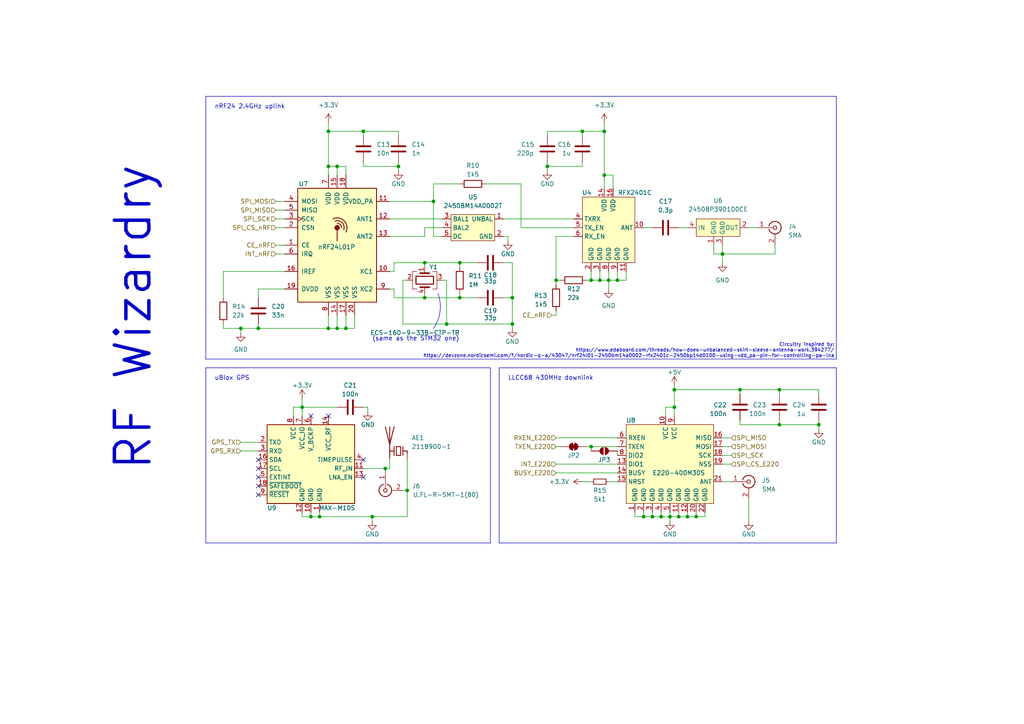
<source format=kicad_sch>
(kicad_sch (version 20230121) (generator eeschema)
  (paper "A4")
  (title_block (title "NOVA Flight computer") (date "2023-03-22") (rev "v0.0.1") (company "UCD Aerospace Engineering Team") (comment 1 "Til Blechschmidt"))
  (lib_symbols
    (symbol "Connector:Conn_Coaxial" (pin_names (offset 1.016) hide)
      (property "Reference" "J" (at 0.254 3.048 0))
      (property "Value" "Conn_Coaxial" (at 2.921 0 90))
      (symbol "Conn_Coaxial_0_1"
        (arc (start -1.778 -0.508) (mid 0.2311 -1.8066) (end 1.778 0) (stroke (width 0.254)))
        (polyline (pts (xy -2.54 0) (xy -0.508 0)))
        (polyline (pts (xy 0 -2.54) (xy 0 -1.778)))
        (circle (center 0 0) (radius 0.508) (stroke (width 0.2032)))
        (arc (start 1.778 0) (mid 0.2099 1.8101) (end -1.778 0.508) (stroke (width 0.254)))
      )
      (symbol "Conn_Coaxial_1_1"
        (pin passive line (at -5.08 0 0) (length 2.54) (name "In") (number "1"))
        (pin passive line (at 0 -5.08 90) (length 2.54) (name "Ext") (number "2"))
      )
    )
    (symbol "Device:Antenna_Chip" (pin_numbers hide) (pin_names (offset 1.016) hide)
      (property "Reference" "AE" (at 0 5.08 0))
      (property "Value" "Antenna_Chip" (at 0 3.175 0))
      (symbol "Antenna_Chip_0_1"
        (polyline (pts (xy -2.54 0) (xy -2.54 -0.635)) (stroke (width 0.254)))
        (polyline (pts (xy -2.54 0) (xy -1.27 0)) (stroke (width 0.254)))
        (polyline (pts (xy 1.27 0) (xy 2.54 0)) (stroke (width 0.254)))
        (polyline (pts (xy 1.27 1.27) (xy 1.27 -1.27)) (stroke (width 0.254)))
        (polyline (pts (xy 2.54 -0.635) (xy 2.54 0)))
        (polyline (pts (xy 2.54 6.985) (xy 2.54 -1.905)) (stroke (width 0.254)))
        (polyline (pts (xy -1.27 1.27) (xy -1.27 -1.27) (xy -1.27 0)) (stroke (width 0.254)))
        (polyline (pts (xy 3.81 6.985) (xy 2.54 1.905) (xy 1.27 6.985)) (stroke (width 0.254)))
        (polyline (pts (xy -0.635 1.27) (xy 0.635 1.27) (xy 0.635 -1.27) (xy -0.635 -1.27) (xy -0.635 1.27)) (stroke (width 0.254)))
      )
      (symbol "Antenna_Chip_1_1"
        (pin input line (at -2.54 -2.54 90) (length 2.54) (name "FEED") (number "1"))
        (pin passive line (at 2.54 -2.54 90) (length 2.54) (name "PCB_Trace") (number "2"))
      )
    )
    (symbol "Device:C" (pin_numbers hide) (pin_names (offset 0.254))
      (property "Reference" "C" (at 0.635 2.54 0))
      (property "Value" "C" (at 0.635 -2.54 0))
      (symbol "C_0_1"
        (polyline (pts (xy -2.032 -0.762) (xy 2.032 -0.762)) (stroke (width 0.508)))
        (polyline (pts (xy -2.032 0.762) (xy 2.032 0.762)) (stroke (width 0.508)))
      )
      (symbol "C_1_1"
        (pin passive line (at 0 3.81 270) (length 2.794) (name "~") (number "1"))
        (pin passive line (at 0 -3.81 90) (length 2.794) (name "~") (number "2"))
      )
    )
    (symbol "Device:Crystal_GND23" (pin_names (offset 1.016) hide)
      (property "Reference" "Y" (at 3.175 5.08 0))
      (property "Value" "Crystal_GND23" (at 3.175 3.175 0))
      (symbol "Crystal_GND23_0_1"
        (rectangle (start -1.143 2.54) (end 1.143 -2.54) (stroke (width 0.3048)))
        (polyline (pts (xy -2.54 0) (xy -2.032 0)))
        (polyline (pts (xy -2.032 -1.27) (xy -2.032 1.27)) (stroke (width 0.508)))
        (polyline (pts (xy 0 -3.81) (xy 0 -3.556)))
        (polyline (pts (xy 0 3.556) (xy 0 3.81)))
        (polyline (pts (xy 2.032 -1.27) (xy 2.032 1.27)) (stroke (width 0.508)))
        (polyline (pts (xy 2.032 0) (xy 2.54 0)))
        (polyline (pts (xy -2.54 -2.286) (xy -2.54 -3.556) (xy 2.54 -3.556) (xy 2.54 -2.286)))
        (polyline (pts (xy -2.54 2.286) (xy -2.54 3.556) (xy 2.54 3.556) (xy 2.54 2.286)))
      )
      (symbol "Crystal_GND23_1_1"
        (pin passive line (at -3.81 0 0) (length 1.27) (name "1") (number "1"))
        (pin passive line (at 0 5.08 270) (length 1.27) (name "2") (number "2"))
        (pin passive line (at 0 -5.08 90) (length 1.27) (name "3") (number "3"))
        (pin passive line (at 3.81 0 180) (length 1.27) (name "4") (number "4"))
      )
    )
    (symbol "Device:R" (pin_numbers hide) (pin_names (offset 0))
      (property "Reference" "R" (at 2.032 0 90))
      (property "Value" "R" (at 0 0 90))
      (symbol "R_0_1"
        (rectangle (start -1.016 -2.54) (end 1.016 2.54) (stroke (width 0.254)))
      )
      (symbol "R_1_1"
        (pin passive line (at 0 3.81 270) (length 1.27) (name "~") (number "1"))
        (pin passive line (at 0 -3.81 90) (length 1.27) (name "~") (number "2"))
      )
    )
    (symbol "Device:R_Small" (pin_numbers hide) (pin_names (offset 0.254) hide)
      (property "Reference" "R" (at 0.762 0.508 0))
      (property "Value" "R_Small" (at 0.762 -1.016 0))
      (symbol "R_Small_0_1"
        (rectangle (start -0.762 1.778) (end 0.762 -1.778) (stroke (width 0.2032)))
      )
      (symbol "R_Small_1_1"
        (pin passive line (at 0 2.54 270) (length 0.762) (name "~") (number "1"))
        (pin passive line (at 0 -2.54 90) (length 0.762) (name "~") (number "2"))
      )
    )
    (symbol "Jumper:SolderJumper_2_Bridged" (pin_numbers hide) (pin_names (offset 0) hide)
      (property "Reference" "JP" (at 0 2.032 0))
      (property "Value" "SolderJumper_2_Bridged" (at 0 -2.54 0))
      (symbol "SolderJumper_2_Bridged_0_1"
        (rectangle (start -0.508 0.508) (end 0.508 -0.508) (fill (type outline)))
        (arc (start -0.254 1.016) (mid -1.2656 0) (end -0.254 -1.016))
        (arc (start -0.254 1.016) (mid -1.2656 0) (end -0.254 -1.016) (fill (type outline)))
        (polyline (pts (xy -0.254 1.016) (xy -0.254 -1.016)))
        (polyline (pts (xy 0.254 1.016) (xy 0.254 -1.016)))
        (arc (start 0.254 -1.016) (mid 1.2656 0) (end 0.254 1.016))
        (arc (start 0.254 -1.016) (mid 1.2656 0) (end 0.254 1.016) (fill (type outline)))
      )
      (symbol "SolderJumper_2_Bridged_1_1"
        (pin passive line (at -3.81 0 0) (length 2.54) (name "A") (number "1"))
        (pin passive line (at 3.81 0 180) (length 2.54) (name "B") (number "2"))
      )
    )
    (symbol "Jumper:SolderJumper_2_Open" (pin_numbers hide) (pin_names (offset 0) hide)
      (property "Reference" "JP" (at 0 2.032 0))
      (property "Value" "SolderJumper_2_Open" (at 0 -2.54 0))
      (symbol "SolderJumper_2_Open_0_1"
        (arc (start -0.254 1.016) (mid -1.2656 0) (end -0.254 -1.016))
        (arc (start -0.254 1.016) (mid -1.2656 0) (end -0.254 -1.016) (fill (type outline)))
        (polyline (pts (xy -0.254 1.016) (xy -0.254 -1.016)))
        (polyline (pts (xy 0.254 1.016) (xy 0.254 -1.016)))
        (arc (start 0.254 -1.016) (mid 1.2656 0) (end 0.254 1.016))
        (arc (start 0.254 -1.016) (mid 1.2656 0) (end 0.254 1.016) (fill (type outline)))
      )
      (symbol "SolderJumper_2_Open_1_1"
        (pin passive line (at -3.81 0 0) (length 2.54) (name "A") (number "1"))
        (pin passive line (at 3.81 0 180) (length 2.54) (name "B") (number "2"))
      )
    )
    (symbol "Odyssey:2450BM14A0002T"
      (property "Reference" "U" (at 0 1.27 0))
      (property "Value" "2450BM14A0002T" (at 0 3.81 0))
      (symbol "2450BM14A0002T_0_0"
        (pin output line (at 8.89 -1.27 180) (length 2.54) (name "UNBAL") (number "1"))
        (pin power_in line (at 8.89 -6.35 180) (length 2.54) (name "GND") (number "2"))
        (pin input line (at -8.89 -1.27 0) (length 2.54) (name "BAL1") (number "3"))
        (pin input line (at -8.89 -3.81 0) (length 2.54) (name "BAL2") (number "4"))
        (pin input line (at -8.89 -6.35 0) (length 2.54) (name "DC") (number "5"))
        (pin no_connect line (at 8.89 -3.81 180) (length 2.54) hide (name "NC") (number "6"))
      )
      (symbol "2450BM14A0002T_0_1"
        (rectangle (start -6.35 0) (end 6.35 -7.62) (fill (type background)))
      )
    )
    (symbol "Odyssey:2450BP39D100CE"
      (property "Reference" "U" (at 0 1.27 0))
      (property "Value" "2450BP39D100CE" (at 0 3.81 0))
      (symbol "2450BP39D100CE_0_0"
        (pin power_in line (at -1.27 -7.62 90) (length 2.54) (name "GND") (number "1"))
        (pin output line (at 8.89 -2.54 180) (length 2.54) (name "OUT") (number "2"))
        (pin power_in line (at 1.27 -7.62 90) (length 2.54) (name "GND") (number "3"))
        (pin input line (at -8.89 -2.54 0) (length 2.54) (name "IN") (number "4"))
      )
      (symbol "2450BP39D100CE_0_1"
        (rectangle (start -6.35 0) (end 6.35 -5.08) (fill (type background)))
      )
    )
    (symbol "Odyssey:E220-400M30S"
      (property "Reference" "U" (at -11.43 1.27 0))
      (property "Value" "E220-400M30S" (at 11.43 1.27 0))
      (symbol "E220-400M30S_0_0"
        (pin power_in line (at -10.16 -25.4 90) (length 2.54) (name "GND") (number "1"))
        (pin power_in line (at -1.27 2.54 270) (length 2.54) (name "VCC") (number "10"))
        (pin power_in line (at 2.54 -25.4 90) (length 2.54) (name "GND") (number "11"))
        (pin power_in line (at 5.08 -25.4 90) (length 2.54) (name "GND") (number "12"))
        (pin bidirectional line (at -15.24 -11.43 0) (length 2.54) (name "DIO1") (number "13"))
        (pin output line (at -15.24 -13.97 0) (length 2.54) (name "BUSY") (number "14"))
        (pin input line (at -15.24 -16.51 0) (length 2.54) (name "NRST") (number "15"))
        (pin input line (at 15.24 -6.35 180) (length 2.54) (name "MOSI") (number "17"))
        (pin input line (at 15.24 -8.89 180) (length 2.54) (name "SCK") (number "18"))
        (pin input line (at 15.24 -11.43 180) (length 2.54) (name "NSS") (number "19"))
        (pin power_in line (at -7.62 -25.4 90) (length 2.54) (name "GND") (number "2"))
        (pin power_in line (at 7.62 -25.4 90) (length 2.54) (name "GND") (number "20"))
        (pin output line (at 15.24 -16.51 180) (length 2.54) (name "ANT") (number "21"))
        (pin power_in line (at 10.16 -25.4 90) (length 2.54) (name "GND") (number "22"))
        (pin power_in line (at -5.08 -25.4 90) (length 2.54) (name "GND") (number "3"))
        (pin power_in line (at -2.54 -25.4 90) (length 2.54) (name "GND") (number "4"))
        (pin power_in line (at 0 -25.4 90) (length 2.54) (name "GND") (number "5"))
        (pin input line (at -15.24 -3.81 0) (length 2.54) (name "RXEN") (number "6"))
        (pin input line (at -15.24 -6.35 0) (length 2.54) (name "TXEN") (number "7"))
        (pin bidirectional line (at -15.24 -8.89 0) (length 2.54) (name "DIO2") (number "8"))
        (pin power_in line (at 1.27 2.54 270) (length 2.54) (name "VCC") (number "9"))
      )
      (symbol "E220-400M30S_1_0"
        (pin bidirectional line (at 15.24 -3.81 180) (length 2.54) (name "MISO") (number "16"))
      )
      (symbol "E220-400M30S_1_1"
        (rectangle (start -12.7 0) (end 12.7 -22.86) (fill (type background)))
      )
    )
    (symbol "Odyssey:MAX-M10S"
      (property "Reference" "U" (at -10.16 16.51 0))
      (property "Value" "MAX-M10S" (at 11.43 16.51 0))
      (symbol "MAX-M10S_0_1"
        (rectangle (start -12.7 15.24) (end 12.7 -7.62) (stroke (width 0.254)) (fill (type background)))
      )
      (symbol "MAX-M10S_1_1"
        (pin power_in line (at 2.54 -10.16 90) (length 2.54) (name "GND") (number "1"))
        (pin power_in line (at 0 -10.16 90) (length 2.54) (name "GND") (number "10"))
        (pin input line (at 15.24 2.54 180) (length 2.54) (name "RF_IN") (number "11"))
        (pin power_in line (at -2.54 -10.16 90) (length 2.54) (name "GND") (number "12"))
        (pin output line (at 15.24 0 180) (length 2.54) (name "LNA_EN") (number "13"))
        (pin power_out line (at 5.08 17.78 270) (length 2.54) (name "VCC_RF") (number "14"))
        (pin no_connect line (at 15.24 -5.08 180) (length 2.54) hide (name "Reserved") (number "15"))
        (pin bidirectional line (at -15.24 5.08 0) (length 2.54) (name "SDA") (number "16"))
        (pin input line (at -15.24 2.54 0) (length 2.54) (name "SCL") (number "17"))
        (pin input line (at -15.24 -2.54 0) (length 2.54) (name "~{SAFEBOOT}") (number "18"))
        (pin output line (at -15.24 10.16 0) (length 2.54) (name "TXD") (number "2"))
        (pin input line (at -15.24 7.62 0) (length 2.54) (name "RXD") (number "3"))
        (pin output line (at 15.24 5.08 180) (length 2.54) (name "TIMEPULSE") (number "4"))
        (pin input line (at -15.24 0 0) (length 2.54) (name "EXTINT") (number "5"))
        (pin power_in line (at 0 17.78 270) (length 2.54) (name "V_BCKP") (number "6"))
        (pin power_in line (at -2.54 17.78 270) (length 2.54) (name "VCC_IO") (number "7"))
        (pin power_in line (at -5.08 17.78 270) (length 2.54) (name "VCC") (number "8"))
        (pin input line (at -15.24 -5.08 0) (length 2.54) (name "~{RESET}") (number "9"))
      )
    )
    (symbol "Odyssey:RFX2401C"
      (property "Reference" "U" (at -7.62 1.27 0))
      (property "Value" "RFX2401C" (at 7.62 1.27 0))
      (symbol "RFX2401C_0_0"
        (pin no_connect line (at -6.35 2.54 270) (length 2.54) hide (name "NC") (number "1"))
        (pin output line (at 10.16 -8.89 180) (length 2.54) (name "ANT") (number "10"))
        (pin power_in line (at 5.08 -21.59 90) (length 2.54) (name "GND") (number "11"))
        (pin no_connect line (at 3.81 2.54 270) (length 2.54) hide (name "NC") (number "12"))
        (pin no_connect line (at 10.16 -11.43 180) (length 2.54) hide (name "DNC") (number "13"))
        (pin power_in line (at -1.27 2.54 270) (length 2.54) (name "VDD") (number "14"))
        (pin no_connect line (at 6.35 2.54 270) (length 2.54) hide (name "NC") (number "15"))
        (pin power_in line (at 1.27 2.54 270) (length 2.54) (name "VDD") (number "16"))
        (pin power_in line (at -5.08 -21.59 90) (length 2.54) (name "GND") (number "2"))
        (pin power_in line (at -2.54 -21.59 90) (length 2.54) (name "GND") (number "3"))
        (pin input line (at -10.16 -6.35 0) (length 2.54) (name "TXRX") (number "4"))
        (pin input line (at -10.16 -8.89 0) (length 2.54) (name "TX_EN") (number "5"))
        (pin input line (at -10.16 -11.43 0) (length 2.54) (name "RX_EN") (number "6"))
        (pin no_connect line (at -3.81 2.54 270) (length 2.54) hide (name "NC") (number "7"))
        (pin power_in line (at 0 -21.59 90) (length 2.54) (name "GND") (number "8"))
        (pin power_in line (at 2.54 -21.59 90) (length 2.54) (name "GND") (number "9"))
      )
      (symbol "RFX2401C_0_1"
        (rectangle (start -7.62 0) (end 7.62 -19.05) (fill (type background)))
        (rectangle (start 2.54 -2.54) (end 2.54 -2.54))
      )
    )
    (symbol "RF:nRF24L01P" (pin_names (offset 1.016))
      (property "Reference" "U" (at -11.43 17.78 0))
      (property "Value" "nRF24L01P" (at 5.08 17.78 0))
      (symbol "nRF24L01P_0_1"
        (rectangle (start -11.43 16.51) (end 11.43 -16.51) (stroke (width 0.254)) (fill (type background)))
        (polyline (pts (xy 0 4.445) (xy 0 1.27)) (stroke (width 0.254)))
        (circle (center 0 5.08) (radius 0.635) (stroke (width 0.254)) (fill (type outline)))
        (arc (start 1.27 5.08) (mid 0.9071 5.9946) (end 0 6.35) (stroke (width 0.254)))
        (arc (start 1.905 4.445) (mid 1.4313 6.5254) (end -0.635 6.985) (stroke (width 0.254)))
        (arc (start 2.54 3.81) (mid 2.008 7.088) (end -1.27 7.62) (stroke (width 0.254)))
        (rectangle (start 11.43 -13.97) (end 11.43 -13.97))
      )
      (symbol "nRF24L01P_1_1"
        (pin input line (at -15.24 0 0) (length 3.81) (name "CE") (number "1"))
        (pin passive line (at 15.24 -7.62 180) (length 3.81) (name "XC1") (number "10"))
        (pin power_out line (at 15.24 12.7 180) (length 3.81) (name "VDD_PA") (number "11"))
        (pin passive line (at 15.24 7.62 180) (length 3.81) (name "ANT1") (number "12"))
        (pin passive line (at 15.24 2.54 180) (length 3.81) (name "ANT2") (number "13"))
        (pin power_in line (at 0 -20.32 90) (length 3.81) (name "VSS") (number "14"))
        (pin power_in line (at 0 20.32 270) (length 3.81) (name "VDD") (number "15"))
        (pin passive line (at -15.24 -7.62 0) (length 3.81) (name "IREF") (number "16"))
        (pin power_in line (at 2.54 -20.32 90) (length 3.81) (name "VSS") (number "17"))
        (pin power_in line (at 2.54 20.32 270) (length 3.81) (name "VDD") (number "18"))
        (pin power_out line (at -15.24 -12.7 0) (length 3.81) (name "DVDD") (number "19"))
        (pin input line (at -15.24 5.08 0) (length 3.81) (name "CSN") (number "2"))
        (pin power_in line (at 5.08 -20.32 90) (length 3.81) (name "VSS") (number "20"))
        (pin input clock (at -15.24 7.62 0) (length 3.81) (name "SCK") (number "3"))
        (pin input line (at -15.24 12.7 0) (length 3.81) (name "MOSI") (number "4"))
        (pin output line (at -15.24 10.16 0) (length 3.81) (name "MISO") (number "5"))
        (pin output line (at -15.24 -2.54 0) (length 3.81) (name "IRQ") (number "6"))
        (pin power_in line (at -2.54 20.32 270) (length 3.81) (name "VDD") (number "7"))
        (pin power_in line (at -2.54 -20.32 90) (length 3.81) (name "VSS") (number "8"))
        (pin passive line (at 15.24 -12.7 180) (length 3.81) (name "XC2") (number "9"))
      )
    )
    (symbol "power:+3.3V" (power) (pin_names (offset 0))
      (property "Value" "+3.3V" (at 0 3.556 0))
      (symbol "+3.3V_0_1"
        (polyline (pts (xy -0.762 1.27) (xy 0 2.54)))
        (polyline (pts (xy 0 0) (xy 0 2.54)))
        (polyline (pts (xy 0 2.54) (xy 0.762 1.27)))
      )
      (symbol "+3.3V_1_1"
        (pin power_in line (at 0 0 90) (length 0) hide (name "+3.3V") (number "1"))
      )
    )
    (symbol "power:+5V" (power) (pin_names (offset 0))
      (property "Value" "+5V" (at 0 3.556 0))
      (symbol "+5V_0_1"
        (polyline (pts (xy -0.762 1.27) (xy 0 2.54)))
        (polyline (pts (xy 0 0) (xy 0 2.54)))
        (polyline (pts (xy 0 2.54) (xy 0.762 1.27)))
      )
      (symbol "+5V_1_1"
        (pin power_in line (at 0 0 90) (length 0) hide (name "+5V") (number "1"))
      )
    )
    (symbol "power:GND" (power) (pin_names (offset 0))
      (property "Value" "GND" (at 0 -3.81 0))
      (symbol "GND_0_1"
        (polyline (pts (xy 0 0) (xy 0 -1.27) (xy 1.27 -1.27) (xy 0 -2.54) (xy -1.27 -1.27) (xy 0 -1.27)))
      )
      (symbol "GND_1_1"
        (pin power_in line (at 0 0 270) (length 0) hide (name "GND") (number "1"))
      )
    )
  )
  (junction (at 179.07 81.28))
  (junction (at 199.39 149.86))
  (junction (at 125.73 58.42))
  (junction (at 175.26 38.1))
  (junction (at 237.49 123.19))
  (junction (at 173.99 81.28))
  (junction (at 118.11 142.24))
  (junction (at 148.59 93.98))
  (junction (at 195.58 113.03))
  (junction (at 133.35 76.2))
  (junction (at 209.55 73.66))
  (junction (at 176.53 81.28))
  (junction (at 191.77 149.86))
  (junction (at 92.71 149.86))
  (junction (at 158.75 48.26))
  (junction (at 69.85 95.25))
  (junction (at 148.59 86.36))
  (junction (at 87.63 118.11))
  (junction (at 226.06 113.03))
  (junction (at 123.19 76.2))
  (junction (at 129.54 93.98))
  (junction (at 107.95 149.86))
  (junction (at 171.45 81.28))
  (junction (at 97.79 48.26))
  (junction (at 161.29 81.28))
  (junction (at 194.31 149.86))
  (junction (at 196.85 149.86))
  (junction (at 214.63 113.03))
  (junction (at 186.69 149.86))
  (junction (at 100.33 95.25))
  (junction (at 201.93 149.86))
  (junction (at 95.25 48.26))
  (junction (at 123.19 86.36))
  (junction (at 90.17 149.86))
  (junction (at 95.25 95.25))
  (junction (at 189.23 149.86))
  (junction (at 133.35 86.36))
  (junction (at 195.58 118.11))
  (junction (at 168.91 38.1))
  (junction (at 95.25 38.1))
  (junction (at 111.76 135.89))
  (junction (at 105.41 38.1))
  (junction (at 74.93 95.25))
  (junction (at 175.26 50.8))
  (junction (at 115.57 48.26))
  (junction (at 226.06 123.19))
  (junction (at 171.45 129.54))
  (junction (at 97.79 95.25))
  (no_connect (at 105.41 133.35))
  (no_connect (at 74.93 143.51))
  (no_connect (at 95.25 120.65))
  (no_connect (at 74.93 138.43))
  (no_connect (at 74.93 133.35))
  (no_connect (at 105.41 138.43))
  (no_connect (at 74.93 135.89))
  (no_connect (at 74.93 140.97))
  (no_connect (at 90.17 120.65))
  (wire (pts (xy 226.06 113.03) (xy 226.06 114.3)))
  (wire (pts (xy 179.07 81.28) (xy 176.53 81.28)))
  (wire (pts (xy 80.01 73.66) (xy 82.55 73.66)))
  (wire (pts (xy 97.79 50.8) (xy 97.79 48.26)))
  (wire (pts (xy 128.27 81.28) (xy 129.54 81.28)))
  (wire (pts (xy 237.49 113.03) (xy 226.06 113.03)))
  (wire (pts (xy 102.87 91.44) (xy 102.87 95.25)))
  (wire (pts (xy 85.09 120.65) (xy 85.09 118.11)))
  (wire (pts (xy 176.53 81.28) (xy 176.53 83.82)))
  (wire (pts (xy 80.01 71.12) (xy 82.55 71.12)))
  (wire (pts (xy 69.85 128.27) (xy 74.93 128.27)))
  (wire (pts (xy 115.57 38.1) (xy 115.57 39.37)))
  (wire (pts (xy 80.01 66.04) (xy 82.55 66.04)))
  (wire (pts (xy 161.29 81.28) (xy 162.56 81.28)))
  (wire (pts (xy 133.35 53.34) (xy 125.73 53.34)))
  (wire (pts (xy 123.19 86.36) (xy 133.35 86.36)))
  (wire (pts (xy 116.84 93.98) (xy 129.54 93.98)))
  (wire (pts (xy 87.63 118.11) (xy 97.79 118.11)))
  (wire (pts (xy 90.17 149.86) (xy 92.71 149.86)))
  (wire (pts (xy 129.54 93.98) (xy 148.59 93.98)))
  (wire (pts (xy 168.91 46.99) (xy 168.91 48.26)))
  (wire (pts (xy 214.63 123.19) (xy 226.06 123.19)))
  (wire (pts (xy 175.26 35.56) (xy 175.26 38.1)))
  (wire (pts (xy 133.35 86.36) (xy 138.43 86.36)))
  (wire (pts (xy 168.91 39.37) (xy 168.91 38.1)))
  (wire (pts (xy 123.19 76.2) (xy 133.35 76.2)))
  (wire (pts (xy 217.17 144.78) (xy 217.17 151.13)))
  (wire (pts (xy 148.59 86.36) (xy 148.59 93.98)))
  (wire (pts (xy 115.57 48.26) (xy 115.57 49.53)))
  (wire (pts (xy 184.15 149.86) (xy 186.69 149.86)))
  (polyline (pts (xy 144.78 106.68) (xy 242.57 106.68)))
  (polyline (pts (xy 59.69 106.68) (xy 142.24 106.68)))
  (wire (pts (xy 195.58 113.03) (xy 214.63 113.03)))
  (wire (pts (xy 166.37 66.04) (xy 151.13 66.04)))
  (wire (pts (xy 97.79 91.44) (xy 97.79 95.25)))
  (wire (pts (xy 113.03 58.42) (xy 125.73 58.42)))
  (wire (pts (xy 95.25 48.26) (xy 95.25 50.8)))
  (wire (pts (xy 97.79 95.25) (xy 95.25 95.25)))
  (wire (pts (xy 107.95 149.86) (xy 118.11 149.86)))
  (wire (pts (xy 90.17 149.86) (xy 90.17 148.59)))
  (wire (pts (xy 146.05 86.36) (xy 148.59 86.36)))
  (wire (pts (xy 105.41 46.99) (xy 105.41 48.26)))
  (wire (pts (xy 80.01 63.5) (xy 82.55 63.5)))
  (wire (pts (xy 113.03 83.82) (xy 114.3 83.82)))
  (wire (pts (xy 209.55 71.12) (xy 209.55 73.66)))
  (wire (pts (xy 175.26 50.8) (xy 175.26 54.61)))
  (wire (pts (xy 207.01 73.66) (xy 209.55 73.66)))
  (wire (pts (xy 226.06 123.19) (xy 237.49 123.19)))
  (wire (pts (xy 114.3 76.2) (xy 123.19 76.2)))
  (wire (pts (xy 209.55 73.66) (xy 209.55 76.2)))
  (wire (pts (xy 125.73 53.34) (xy 125.73 58.42)))
  (wire (pts (xy 194.31 148.59) (xy 194.31 149.86)))
  (wire (pts (xy 170.18 129.54) (xy 171.45 129.54)))
  (wire (pts (xy 161.29 134.62) (xy 179.07 134.62)))
  (wire (pts (xy 179.07 130.81) (xy 179.07 132.08)))
  (wire (pts (xy 186.69 148.59) (xy 186.69 149.86)))
  (wire (pts (xy 179.07 78.74) (xy 179.07 81.28)))
  (wire (pts (xy 196.85 148.59) (xy 196.85 149.86)))
  (wire (pts (xy 116.84 81.28) (xy 118.11 81.28)))
  (wire (pts (xy 209.55 139.7) (xy 212.09 139.7)))
  (wire (pts (xy 181.61 81.28) (xy 179.07 81.28)))
  (wire (pts (xy 116.84 81.28) (xy 116.84 93.98)))
  (wire (pts (xy 207.01 71.12) (xy 207.01 73.66)))
  (polyline (pts (xy 59.69 104.14) (xy 59.69 27.94)))
  (wire (pts (xy 160.02 91.44) (xy 161.29 91.44)))
  (wire (pts (xy 92.71 148.59) (xy 92.71 149.86)))
  (wire (pts (xy 100.33 48.26) (xy 97.79 48.26)))
  (wire (pts (xy 116.84 142.24) (xy 118.11 142.24)))
  (wire (pts (xy 158.75 38.1) (xy 158.75 39.37)))
  (wire (pts (xy 170.18 81.28) (xy 171.45 81.28)))
  (wire (pts (xy 158.75 46.99) (xy 158.75 48.26)))
  (wire (pts (xy 147.32 68.58) (xy 146.05 68.58)))
  (wire (pts (xy 237.49 114.3) (xy 237.49 113.03)))
  (wire (pts (xy 224.79 71.12) (xy 224.79 73.66)))
  (wire (pts (xy 82.55 83.82) (xy 74.93 83.82)))
  (wire (pts (xy 176.53 78.74) (xy 176.53 81.28)))
  (wire (pts (xy 105.41 118.11) (xy 106.68 118.11)))
  (wire (pts (xy 92.71 149.86) (xy 107.95 149.86)))
  (wire (pts (xy 129.54 81.28) (xy 129.54 93.98)))
  (polyline (pts (xy 242.57 157.48) (xy 144.78 157.48)))
  (wire (pts (xy 151.13 66.04) (xy 151.13 53.34)))
  (wire (pts (xy 118.11 133.35) (xy 118.11 142.24)))
  (wire (pts (xy 173.99 78.74) (xy 173.99 81.28)))
  (wire (pts (xy 171.45 78.74) (xy 171.45 81.28)))
  (wire (pts (xy 114.3 76.2) (xy 114.3 78.74)))
  (wire (pts (xy 113.03 133.35) (xy 113.03 135.89)))
  (wire (pts (xy 161.29 127) (xy 179.07 127)))
  (wire (pts (xy 168.91 38.1) (xy 158.75 38.1)))
  (wire (pts (xy 214.63 113.03) (xy 226.06 113.03)))
  (wire (pts (xy 161.29 90.17) (xy 161.29 91.44)))
  (polyline (pts (xy 59.69 106.68) (xy 59.69 157.48)))
  (wire (pts (xy 189.23 148.59) (xy 189.23 149.86)))
  (wire (pts (xy 171.45 129.54) (xy 179.07 129.54)))
  (wire (pts (xy 147.32 69.85) (xy 147.32 68.58)))
  (wire (pts (xy 151.13 53.34) (xy 140.97 53.34)))
  (wire (pts (xy 191.77 148.59) (xy 191.77 149.86)))
  (wire (pts (xy 181.61 78.74) (xy 181.61 81.28)))
  (wire (pts (xy 146.05 76.2) (xy 148.59 76.2)))
  (wire (pts (xy 69.85 95.25) (xy 69.85 96.52)))
  (wire (pts (xy 195.58 113.03) (xy 195.58 118.11)))
  (wire (pts (xy 195.58 113.03) (xy 195.58 111.76)))
  (wire (pts (xy 80.01 60.96) (xy 82.55 60.96)))
  (wire (pts (xy 111.76 135.89) (xy 111.76 137.16)))
  (wire (pts (xy 133.35 85.09) (xy 133.35 86.36)))
  (wire (pts (xy 161.29 68.58) (xy 161.29 81.28)))
  (wire (pts (xy 199.39 149.86) (xy 196.85 149.86)))
  (wire (pts (xy 189.23 149.86) (xy 191.77 149.86)))
  (wire (pts (xy 148.59 76.2) (xy 148.59 86.36)))
  (wire (pts (xy 74.93 83.82) (xy 74.93 86.36)))
  (wire (pts (xy 87.63 148.59) (xy 87.63 149.86)))
  (wire (pts (xy 226.06 121.92) (xy 226.06 123.19)))
  (wire (pts (xy 209.55 129.54) (xy 212.09 129.54)))
  (wire (pts (xy 196.85 149.86) (xy 194.31 149.86)))
  (polyline (pts (xy 142.24 157.48) (xy 59.69 157.48)))
  (wire (pts (xy 111.76 135.89) (xy 113.03 135.89)))
  (wire (pts (xy 237.49 124.46) (xy 237.49 123.19)))
  (wire (pts (xy 80.01 58.42) (xy 82.55 58.42)))
  (wire (pts (xy 69.85 130.81) (xy 74.93 130.81)))
  (wire (pts (xy 105.41 39.37) (xy 105.41 38.1)))
  (polyline (pts (xy 59.69 104.14) (xy 242.57 104.14)))
  (wire (pts (xy 161.29 129.54) (xy 162.56 129.54)))
  (wire (pts (xy 74.93 93.98) (xy 74.93 95.25)))
  (wire (pts (xy 85.09 118.11) (xy 87.63 118.11)))
  (wire (pts (xy 177.8 50.8) (xy 175.26 50.8)))
  (wire (pts (xy 87.63 149.86) (xy 90.17 149.86)))
  (wire (pts (xy 199.39 148.59) (xy 199.39 149.86)))
  (wire (pts (xy 148.59 93.98) (xy 148.59 95.25)))
  (wire (pts (xy 114.3 86.36) (xy 114.3 83.82)))
  (polyline (pts (xy 59.69 27.94) (xy 242.57 27.94)))
  (polyline (pts (xy 144.78 106.68) (xy 144.78 157.48)))
  (wire (pts (xy 87.63 115.57) (xy 87.63 118.11)))
  (wire (pts (xy 171.45 129.54) (xy 171.45 130.81)))
  (wire (pts (xy 191.77 149.86) (xy 194.31 149.86)))
  (wire (pts (xy 100.33 91.44) (xy 100.33 95.25)))
  (polyline (pts (xy 142.24 106.68) (xy 142.24 157.48)))
  (wire (pts (xy 209.55 127) (xy 212.09 127)))
  (wire (pts (xy 217.17 66.04) (xy 219.71 66.04)))
  (wire (pts (xy 118.11 142.24) (xy 118.11 149.86)))
  (wire (pts (xy 95.25 38.1) (xy 95.25 48.26)))
  (wire (pts (xy 193.04 120.65) (xy 193.04 118.11)))
  (wire (pts (xy 128.27 68.58) (xy 125.73 68.58)))
  (wire (pts (xy 123.19 66.04) (xy 128.27 66.04)))
  (wire (pts (xy 106.68 118.11) (xy 106.68 119.38)))
  (wire (pts (xy 194.31 151.13) (xy 194.31 149.86)))
  (wire (pts (xy 95.25 35.56) (xy 95.25 38.1)))
  (wire (pts (xy 74.93 95.25) (xy 69.85 95.25)))
  (wire (pts (xy 100.33 95.25) (xy 97.79 95.25)))
  (wire (pts (xy 201.93 148.59) (xy 201.93 149.86)))
  (wire (pts (xy 204.47 149.86) (xy 201.93 149.86)))
  (wire (pts (xy 209.55 134.62) (xy 212.09 134.62)))
  (wire (pts (xy 113.03 68.58) (xy 123.19 68.58)))
  (wire (pts (xy 209.55 132.08) (xy 212.09 132.08)))
  (wire (pts (xy 186.69 66.04) (xy 189.23 66.04)))
  (wire (pts (xy 168.91 139.7) (xy 171.45 139.7)))
  (wire (pts (xy 102.87 95.25) (xy 100.33 95.25)))
  (polyline (pts (xy 242.57 27.94) (xy 242.57 104.14)))
  (wire (pts (xy 193.04 118.11) (xy 195.58 118.11)))
  (wire (pts (xy 184.15 148.59) (xy 184.15 149.86)))
  (wire (pts (xy 177.8 50.8) (xy 177.8 54.61)))
  (wire (pts (xy 95.25 95.25) (xy 74.93 95.25)))
  (wire (pts (xy 161.29 68.58) (xy 166.37 68.58)))
  (wire (pts (xy 196.85 66.04) (xy 199.39 66.04)))
  (wire (pts (xy 114.3 86.36) (xy 123.19 86.36)))
  (wire (pts (xy 186.69 149.86) (xy 189.23 149.86)))
  (wire (pts (xy 171.45 81.28) (xy 173.99 81.28)))
  (wire (pts (xy 125.73 68.58) (xy 125.73 58.42)))
  (wire (pts (xy 123.19 85.09) (xy 123.19 86.36)))
  (wire (pts (xy 87.63 120.65) (xy 87.63 118.11)))
  (wire (pts (xy 113.03 78.74) (xy 114.3 78.74)))
  (wire (pts (xy 133.35 77.47) (xy 133.35 76.2)))
  (wire (pts (xy 158.75 48.26) (xy 158.75 49.53)))
  (wire (pts (xy 115.57 48.26) (xy 105.41 48.26)))
  (wire (pts (xy 64.77 95.25) (xy 69.85 95.25)))
  (polyline (pts (xy 242.57 106.68) (xy 242.57 157.48)))
  (wire (pts (xy 82.55 78.74) (xy 64.77 78.74)))
  (wire (pts (xy 133.35 76.2) (xy 138.43 76.2)))
  (wire (pts (xy 105.41 38.1) (xy 115.57 38.1)))
  (wire (pts (xy 224.79 73.66) (xy 209.55 73.66)))
  (wire (pts (xy 237.49 121.92) (xy 237.49 123.19)))
  (wire (pts (xy 97.79 48.26) (xy 95.25 48.26)))
  (wire (pts (xy 201.93 149.86) (xy 199.39 149.86)))
  (wire (pts (xy 173.99 81.28) (xy 176.53 81.28)))
  (wire (pts (xy 158.75 48.26) (xy 168.91 48.26)))
  (wire (pts (xy 95.25 38.1) (xy 105.41 38.1)))
  (wire (pts (xy 214.63 121.92) (xy 214.63 123.19)))
  (wire (pts (xy 146.05 63.5) (xy 166.37 63.5)))
  (wire (pts (xy 107.95 149.86) (xy 107.95 151.13)))
  (wire (pts (xy 161.29 137.16) (xy 179.07 137.16)))
  (wire (pts (xy 168.91 38.1) (xy 175.26 38.1)))
  (wire (pts (xy 161.29 81.28) (xy 161.29 82.55)))
  (wire (pts (xy 204.47 148.59) (xy 204.47 149.86)))
  (wire (pts (xy 214.63 113.03) (xy 214.63 114.3)))
  (wire (pts (xy 105.41 135.89) (xy 111.76 135.89)))
  (wire (pts (xy 100.33 50.8) (xy 100.33 48.26)))
  (wire (pts (xy 195.58 118.11) (xy 195.58 120.65)))
  (wire (pts (xy 176.53 139.7) (xy 179.07 139.7)))
  (wire (pts (xy 113.03 63.5) (xy 128.27 63.5)))
  (wire (pts (xy 64.77 78.74) (xy 64.77 86.36)))
  (wire (pts (xy 175.26 38.1) (xy 175.26 50.8)))
  (wire (pts (xy 115.57 46.99) (xy 115.57 48.26)))
  (wire (pts (xy 123.19 68.58) (xy 123.19 66.04)))
  (wire (pts (xy 123.19 77.47) (xy 123.19 76.2)))
  (wire (pts (xy 95.25 91.44) (xy 95.25 95.25)))
  (wire (pts (xy 64.77 93.98) (xy 64.77 95.25)))
  (arc (start 127 85.09) (mid 127.6297 90.3281) (end 125.73 95.25))
  (text "Circuitry inspired by:\nhttps://www.edaboard.com/threads/how-does-unbalanced-skirt-sleeve-antenna-work.394277/\nhttps://devzone.nordicsemi.com/f/nordic-q-a/43047/nrf24l01-2450bm14a0002-rfx2401c-2450bp14d0100-using-vdd_pa-pin-for-controlling-pa-lna\n" (at 242.062 103.886 0) (effects (font (size 1 1)) (justify right bottom)))
  (text "uBlox GPS" (at 62.23 110.49 0) (effects (font (size 1.27 1.27)) (justify left bottom)))
  (text "\n(same as the STM32 one)" (at 107.95 99.06 0) (effects (font (size 1.27 1.27)) (justify left bottom)))
  (text "RF Wizardry" (at 44.45 137.16 90) (effects (font (size 10 10) (thickness 1) bold) (justify left bottom)))
  (text "LLCC68 430MHz downlink" (at 147.32 110.49 0) (effects (font (size 1.27 1.27)) (justify left bottom)))
  (text "nRF24 2.4GHz uplink" (at 62.23 31.75 0) (effects (font (size 1.27 1.27)) (justify left bottom)))
  (hierarchical_label "SPI_MISO" (shape input) (at 212.09 127 0))
  (hierarchical_label "CE_nRF" (shape input) (at 160.02 91.44 180))
  (hierarchical_label "RXEN_E220" (shape input) (at 161.29 127 180))
  (hierarchical_label "SPI_MOSI" (shape input) (at 80.01 58.42 180))
  (hierarchical_label "INT_nRF" (shape input) (at 80.01 73.66 180))
  (hierarchical_label "SPI_CS_nRF" (shape input) (at 80.01 66.04 180))
  (hierarchical_label "SPI_MISO" (shape input) (at 80.01 60.96 180))
  (hierarchical_label "GPS_TX" (shape input) (at 69.85 128.27 180))
  (hierarchical_label "CE_nRF" (shape input) (at 80.01 71.12 180))
  (hierarchical_label "GPS_RX" (shape input) (at 69.85 130.81 180))
  (hierarchical_label "SPI_MOSI" (shape input) (at 212.09 129.54 0))
  (hierarchical_label "SPI_SCK" (shape input) (at 212.09 132.08 0))
  (hierarchical_label "INT_E220" (shape input) (at 161.29 134.62 180))
  (hierarchical_label "SPI_CS_E220" (shape input) (at 212.09 134.62 0))
  (hierarchical_label "TXEN_E220" (shape input) (at 161.29 129.54 180))
  (hierarchical_label "SPI_SCK" (shape input) (at 80.01 63.5 180))
  (hierarchical_label "BUSY_E220" (shape input) (at 161.29 137.16 180))
  (symbol (lib_id "power:GND") (at 115.57 49.53 0) (unit 1)
    (property "Reference" "#PWR031" (effects hide))
    (property "Value" "GND" (at 115.57 53.34 0))
  )
  (symbol (lib_id "power:GND") (at 158.75 49.53 0) (mirror y) (unit 1)
    (property "Reference" "#PWR032" (effects hide))
    (property "Value" "GND" (at 158.75 53.34 0))
  )
  (symbol (lib_id "Device:R") (at 133.35 81.28 0) (unit 1)
    (property "Reference" "R11" (at 135.89 80.0099 0) (effects (justify left)))
    (property "Value" "1M" (at 135.89 82.5499 0) (effects (justify left)))
    (property "Footprint" "Resistor_SMD:R_0402_1005Metric_Pad0.72x0.64mm_HandSolder" (effects hide))
  )
  (symbol (lib_id "Jumper:SolderJumper_2_Bridged") (at 166.37 129.54 0) (unit 1)
    (property "Reference" "JP2" (at 166.37 132.08 0))
    (property "Value" "Solder jumper" (effects hide))
    (property "Footprint" "Jumper:SolderJumper-2_P1.3mm_Bridged_RoundedPad1.0x1.5mm" (effects hide))
  )
  (symbol (lib_id "RF:nRF24L01P") (at 97.79 71.12 0) (unit 1)
    (property "Reference" "U7" (at 86.614 53.34 0) (effects (justify left)))
    (property "Value" "nRF24L01P" (at 92.202 71.628 0) (effects (justify left)))
    (property "Footprint" "Package_DFN_QFN:QFN-20-1EP_4x4mm_P0.5mm_EP2.5x2.5mm" (effects hide))
    (property "Datasheet" "http://www.nordicsemi.com/eng/content/download/2726/34069/file/nRF24L01P_Product_Specification_1_0.pdf" (effects hide))
  )
  (symbol (lib_id "Connector:Conn_Coaxial") (at 111.76 142.24 90) (mirror x) (unit 1)
    (property "Reference" "J6" (at 121.92 140.97 90) (effects (justify left)))
    (property "Value" "U.FL-R-SMT-1(80)" (at 138.938 143.51 90) (effects (justify left)))
    (property "Footprint" "Connector_Coaxial:U.FL_Molex_MCRF_73412-0110_Vertical" (effects hide))
    (property "Datasheet" " ~" (effects hide))
  )
  (symbol (lib_id "Device:Crystal_GND23") (at 123.19 81.28 90) (mirror x) (unit 1)
    (property "Reference" "Y1" (at 127 77.47 90) (effects (justify left)))
    (property "Value" "ECS-160-9-33B-CTP-TR" (at 133.35 96.52 90) (effects (justify left)))
    (property "Footprint" "Crystal:Crystal_SMD_3225-4Pin_3.2x2.5mm" (effects hide))
    (instances (project "Nova" (path "" (reference "Y1") (unit 1)) (path "" (reference "Y3") (unit 1))))
  )
  (symbol (lib_id "power:GND") (at 69.85 96.52 0) (unit 1)
    (property "Reference" "#PWR037" (effects hide))
    (property "Value" "GND" (at 69.85 101.346 0))
  )
  (symbol (lib_id "Device:C") (at 158.75 43.18 0) (mirror y) (unit 1)
    (property "Reference" "C15" (at 151.13 41.91 0) (effects (justify right)))
    (property "Value" "220p" (at 149.86 44.45 0) (effects (justify right)))
    (property "Footprint" "Capacitor_SMD:C_0402_1005Metric_Pad0.74x0.62mm_HandSolder" (effects hide))
  )
  (symbol (lib_id "Device:Antenna_Chip") (at 115.57 130.81 0) (mirror y) (unit 1)
    (property "Reference" "AE1" (at 119.38 126.9999 0) (effects (justify right)))
    (property "Value" "2118900-1" (at 119.38 129.5399 0) (effects (justify right)))
  )
  (symbol (lib_id "Device:C") (at 142.24 76.2 90) (unit 1)
    (property "Reference" "C18" (at 142.24 79.756 90))
    (property "Value" "33p" (at 142.24 81.534 90))
    (property "Footprint" "Capacitor_SMD:C_0402_1005Metric_Pad0.74x0.62mm_HandSolder" (effects hide))
  )
  (symbol (lib_id "power:+5V") (at 195.58 111.76 0) (unit 1)
    (property "Reference" "#PWR038" (effects hide))
    (property "Value" "+5V" (at 195.58 107.95 0))
  )
  (symbol (lib_id "Odyssey:2450BP39D100CE") (at 208.28 63.5 0) (unit 1)
    (property "Reference" "U6" (at 208.28 58.166 0))
    (property "Value" "2450BP39D100CE" (at 208.28 60.706 0))
    (property "Datasheet" "https://media.digikey.com/pdf/Data%20Sheets/Johanson%20Technology/2450BP39D100C.pdf" (effects hide))
  )
  (symbol (lib_id "Device:C") (at 115.57 43.18 0) (unit 1)
    (property "Reference" "C14" (at 119.38 41.9099 0) (effects (justify left)))
    (property "Value" "1n" (at 119.38 44.4499 0) (effects (justify left)))
    (property "Footprint" "Capacitor_SMD:C_0402_1005Metric_Pad0.74x0.62mm_HandSolder" (effects hide))
  )
  (symbol (lib_id "Device:C") (at 168.91 43.18 0) (mirror y) (unit 1)
    (property "Reference" "C16" (at 165.608 41.91 0) (effects (justify left)))
    (property "Value" "1u" (at 165.608 44.45 0) (effects (justify left)))
    (property "Footprint" "Capacitor_SMD:C_0603_1608Metric_Pad1.08x0.95mm_HandSolder" (effects hide))
  )
  (symbol (lib_id "Odyssey:E220-400M30S") (at 194.31 123.19 0) (unit 1)
    (property "Reference" "U8" (at 181.61 121.92 0) (effects (justify left)))
    (property "Value" "E220-400M30S" (at 189.23 137.16 0) (effects (justify left)))
  )
  (symbol (lib_id "power:GND") (at 217.17 151.13 0) (unit 1)
    (property "Reference" "#PWR045" (effects hide))
    (property "Value" "GND" (at 217.17 154.94 0))
  )
  (symbol (lib_id "power:GND") (at 107.95 151.13 0) (unit 1)
    (property "Reference" "#PWR043" (effects hide))
    (property "Value" "GND" (at 107.95 154.94 0))
  )
  (symbol (lib_id "Device:C") (at 226.06 118.11 0) (mirror y) (unit 1)
    (property "Reference" "C23" (at 222.25 117.475 0) (effects (justify left)))
    (property "Value" "100n" (at 222.25 120.015 0) (effects (justify left)))
    (property "Footprint" "Capacitor_SMD:C_0402_1005Metric_Pad0.74x0.62mm_HandSolder" (effects hide))
  )
  (symbol (lib_id "Connector:Conn_Coaxial") (at 217.17 139.7 0) (unit 1)
    (property "Reference" "J5" (at 220.98 139.3582 0) (effects (justify left)))
    (property "Value" "SMA" (at 220.98 141.8982 0) (effects (justify left)))
    (property "Footprint" "Connector_Coaxial:SMA_Samtec_SMA-J-P-X-ST-EM1_EdgeMount" (effects hide))
    (property "Datasheet" " ~" (effects hide))
  )
  (symbol (lib_id "power:GND") (at 209.55 76.2 0) (unit 1)
    (property "Reference" "#PWR034" (effects hide))
    (property "Value" "GND" (at 209.55 81.28 0))
  )
  (symbol (lib_id "Device:R") (at 137.16 53.34 90) (unit 1)
    (property "Reference" "R10" (at 137.16 48.006 90))
    (property "Value" "1k5" (at 137.16 50.546 90))
    (property "Footprint" "Resistor_SMD:R_0402_1005Metric_Pad0.72x0.64mm_HandSolder" (effects hide))
  )
  (symbol (lib_id "Device:R") (at 161.29 86.36 0) (mirror y) (unit 1)
    (property "Reference" "R13" (at 158.75 85.725 0) (effects (justify left)))
    (property "Value" "1k5" (at 158.75 88.265 0) (effects (justify left)))
    (property "Footprint" "Resistor_SMD:R_0402_1005Metric_Pad0.72x0.64mm_HandSolder" (effects hide))
  )
  (symbol (lib_id "Device:R") (at 166.37 81.28 270) (mirror x) (unit 1)
    (property "Reference" "R12" (at 166.37 83.82 90))
    (property "Value" "22k" (at 166.37 86.36 90))
    (property "Footprint" "Resistor_SMD:R_0402_1005Metric_Pad0.72x0.64mm_HandSolder" (effects hide))
  )
  (symbol (lib_id "power:+3.3V") (at 175.26 35.56 0) (unit 1)
    (property "Reference" "#PWR030" (effects hide))
    (property "Value" "+3.3V" (at 175.26 30.48 0))
  )
  (symbol (lib_id "Device:C") (at 105.41 43.18 0) (unit 1)
    (property "Reference" "C13" (at 109.22 41.9099 0) (effects (justify left)))
    (property "Value" "10n" (at 109.22 44.4499 0) (effects (justify left)))
    (property "Footprint" "Capacitor_SMD:C_0402_1005Metric_Pad0.74x0.62mm_HandSolder" (effects hide))
  )
  (symbol (lib_id "Jumper:SolderJumper_2_Open") (at 175.26 130.81 0) (unit 1)
    (property "Reference" "JP3" (at 175.26 133.35 0))
    (property "Value" "Solder jumper" (effects hide))
    (property "Footprint" "Jumper:SolderJumper-2_P1.3mm_Open_RoundedPad1.0x1.5mm" (effects hide))
  )
  (symbol (lib_id "power:+3.3V") (at 95.25 35.56 0) (unit 1)
    (property "Reference" "#PWR029" (effects hide))
    (property "Value" "+3.3V" (at 95.25 30.48 0))
  )
  (symbol (lib_id "power:GND") (at 237.49 124.46 0) (unit 1)
    (property "Reference" "#PWR041" (effects hide))
    (property "Value" "GND" (at 237.49 128.27 0))
  )
  (symbol (lib_id "Odyssey:2450BM14A0002T") (at 137.16 62.23 0) (unit 1)
    (property "Reference" "U5" (at 137.16 57.15 0))
    (property "Value" "2450BM14A0002T" (at 137.16 59.69 0))
    (property "Datasheet" "https://www.johansontechnology.com/datasheets/2450BM14A0002/2450BM14A0002.pdf" (effects hide))
  )
  (symbol (lib_id "power:GND") (at 147.32 69.85 0) (unit 1)
    (property "Reference" "#PWR033" (effects hide))
    (property "Value" "GND" (at 147.32 73.66 0))
  )
  (symbol (lib_id "Device:R") (at 64.77 90.17 0) (unit 1)
    (property "Reference" "R14" (at 67.31 88.8999 0) (effects (justify left)))
    (property "Value" "22k" (at 67.31 91.4399 0) (effects (justify left)))
    (property "Footprint" "Resistor_SMD:R_0402_1005Metric_Pad0.72x0.64mm_HandSolder" (effects hide))
  )
  (symbol (lib_id "Device:C") (at 193.04 66.04 90) (unit 1)
    (property "Reference" "C17" (at 193.04 58.42 90))
    (property "Value" "0.3p" (at 193.04 60.96 90))
    (property "Footprint" "Capacitor_SMD:C_0805_2012Metric_Pad1.18x1.45mm_HandSolder" (effects hide))
  )
  (symbol (lib_id "Device:C") (at 74.93 90.17 0) (unit 1)
    (property "Reference" "C20" (at 78.74 88.8999 0) (effects (justify left)))
    (property "Value" "33n" (at 78.74 91.4399 0) (effects (justify left)))
    (property "Footprint" "Capacitor_SMD:C_0402_1005Metric_Pad0.74x0.62mm_HandSolder" (effects hide))
  )
  (symbol (lib_id "power:GND") (at 148.59 95.25 0) (unit 1)
    (property "Reference" "#PWR036" (effects hide))
    (property "Value" "GND" (at 148.59 99.06 0))
  )
  (symbol (lib_id "Device:C") (at 101.6 118.11 90) (unit 1)
    (property "Reference" "C21" (at 101.6 111.76 90))
    (property "Value" "100n" (at 101.6 114.3 90))
    (property "Footprint" "Capacitor_SMD:C_0402_1005Metric_Pad0.74x0.62mm_HandSolder" (effects hide))
  )
  (symbol (lib_id "Odyssey:RFX2401C") (at 176.53 57.15 0) (unit 1)
    (property "Reference" "U4" (at 170.18 55.88 0))
    (property "Value" "RFX2401C" (at 184.15 55.88 0))
    (property "Footprint" "Package_DFN_QFN:QFN-16-1EP_3x3mm_P0.5mm_EP1.7x1.7mm" (effects hide))
  )
  (symbol (lib_id "power:+3.3V") (at 168.91 139.7 90) (unit 1)
    (property "Reference" "#PWR042" (effects hide))
    (property "Value" "+3.3V" (at 165.1 139.7 90) (effects (justify left)))
  )
  (symbol (lib_id "Device:R_Small") (at 173.99 139.7 90) (unit 1)
    (property "Reference" "R15" (at 173.99 142.24 90))
    (property "Value" "5k1" (at 173.99 144.78 90))
    (property "Footprint" "Resistor_SMD:R_0402_1005Metric_Pad0.72x0.64mm_HandSolder" (effects hide))
  )
  (symbol (lib_id "Connector:Conn_Coaxial") (at 224.79 66.04 0) (unit 1)
    (property "Reference" "J4" (at 228.6 65.6982 0) (effects (justify left)))
    (property "Value" "SMA" (at 228.6 68.2382 0) (effects (justify left)))
    (property "Footprint" "Connector_Coaxial:SMA_Samtec_SMA-J-P-X-ST-EM1_EdgeMount" (effects hide))
    (property "Datasheet" " ~" (effects hide))
  )
  (symbol (lib_id "Device:C") (at 142.24 86.36 90) (unit 1)
    (property "Reference" "C19" (at 142.24 90.17 90))
    (property "Value" "33p" (at 142.24 92.202 90))
    (property "Footprint" "Capacitor_SMD:C_0402_1005Metric_Pad0.74x0.62mm_HandSolder" (effects hide))
  )
  (symbol (lib_id "Odyssey:MAX-M10S") (at 90.17 138.43 0) (unit 1)
    (property "Reference" "U9" (at 77.47 147.32 0) (effects (justify left)))
    (property "Value" "MAX-M10S" (at 92.456 147.32 0) (effects (justify left)))
    (property "Footprint" "RF_GPS:ublox_MAX" (effects hide))
    (property "Datasheet" "https://content.u-blox.com/sites/default/files/MAX-M10S_DataSheet_UBX-20035208.pdf" (effects hide))
  )
  (symbol (lib_id "power:GND") (at 106.68 119.38 0) (unit 1)
    (property "Reference" "#PWR040" (effects hide))
    (property "Value" "GND" (at 106.68 123.19 0))
  )
  (symbol (lib_id "Device:C") (at 214.63 118.11 0) (mirror y) (unit 1)
    (property "Reference" "C22" (at 210.82 117.475 0) (effects (justify left)))
    (property "Value" "100n" (at 210.82 120.015 0) (effects (justify left)))
    (property "Footprint" "Capacitor_SMD:C_0402_1005Metric_Pad0.74x0.62mm_HandSolder" (effects hide))
  )
  (symbol (lib_id "power:GND") (at 194.31 151.13 0) (unit 1)
    (property "Reference" "#PWR044" (effects hide))
    (property "Value" "GND" (at 194.31 154.94 0))
  )
  (symbol (lib_id "Device:C") (at 237.49 118.11 0) (mirror y) (unit 1)
    (property "Reference" "C24" (at 233.68 117.475 0) (effects (justify left)))
    (property "Value" "1u" (at 233.68 120.015 0) (effects (justify left)))
    (property "Footprint" "Capacitor_SMD:C_0603_1608Metric_Pad1.08x0.95mm_HandSolder" (effects hide))
  )
  (symbol (lib_id "power:+3.3V") (at 87.63 115.57 0) (unit 1)
    (property "Reference" "#PWR039" (effects hide))
    (property "Value" "+3.3V" (at 87.63 111.76 0))
  )
  (symbol (lib_id "power:GND") (at 176.53 83.82 0) (unit 1)
    (property "Reference" "#PWR035" (effects hide))
    (property "Value" "GND" (at 176.53 88.646 0))
  )
)
</source>
